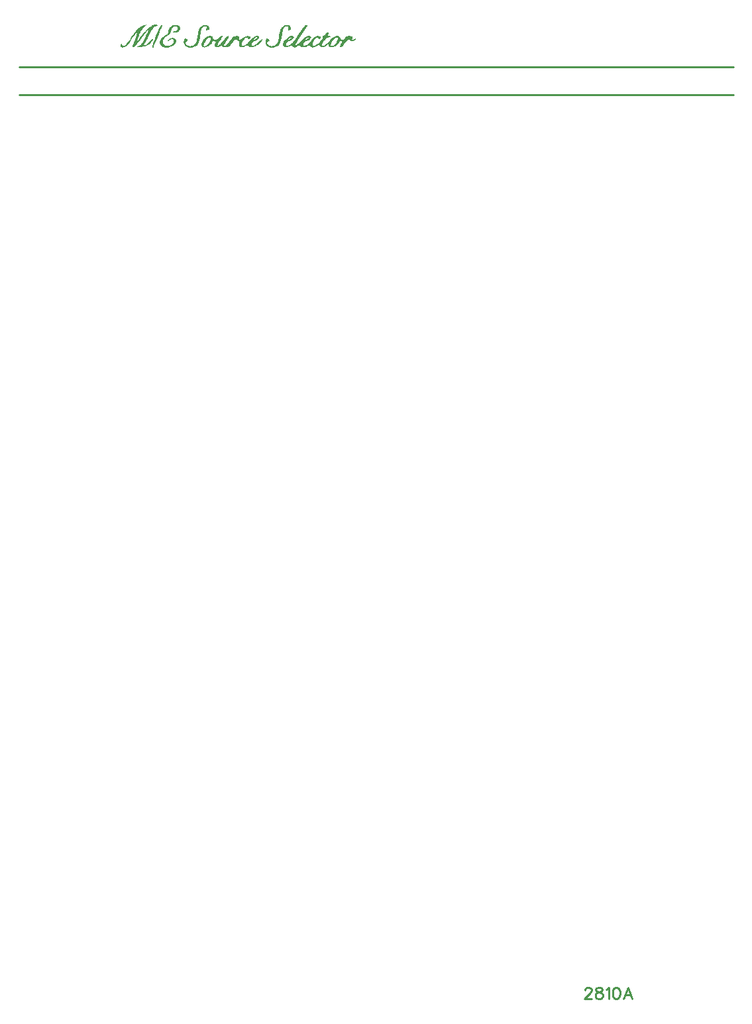
<source format=gto>
G04 Layer: TopSilkscreenLayer*
G04 EasyEDA v6.5.29, 2023-07-16 15:11:24*
G04 e993e5008f34484d8f658c3e023484e8,5a6b42c53f6a479593ecc07194224c93,10*
G04 Gerber Generator version 0.2*
G04 Scale: 100 percent, Rotated: No, Reflected: No *
G04 Dimensions in millimeters *
G04 leading zeros omitted , absolute positions ,4 integer and 5 decimal *
%FSLAX45Y45*%
%MOMM*%

%ADD10C,0.2540*%

%LPD*%
G36*
X1754784Y12720116D02*
G01*
X1750568Y12719913D01*
X1739849Y12718542D01*
X1727352Y12716052D01*
X1714500Y12712700D01*
X1708099Y12710363D01*
X1701038Y12706959D01*
X1693418Y12702489D01*
X1685289Y12697104D01*
X1676654Y12690805D01*
X1667662Y12683693D01*
X1658366Y12675768D01*
X1648764Y12667183D01*
X1639011Y12657937D01*
X1619097Y12637770D01*
X1609090Y12626949D01*
X1599184Y12615722D01*
X1589379Y12604191D01*
X1579727Y12592354D01*
X1565808Y12574270D01*
X1556918Y12562027D01*
X1538224Y12535509D01*
X1529740Y12524130D01*
X1522577Y12515037D01*
X1517192Y12508738D01*
X1515262Y12506807D01*
X1513890Y12505791D01*
X1513179Y12505690D01*
X1513027Y12506706D01*
X1513281Y12508941D01*
X1515110Y12516713D01*
X1518412Y12528194D01*
X1522984Y12542774D01*
X1535074Y12578334D01*
X1540357Y12592558D01*
X1545742Y12605766D01*
X1551279Y12617958D01*
X1556969Y12629235D01*
X1562862Y12639700D01*
X1569008Y12649352D01*
X1575511Y12658394D01*
X1582369Y12666776D01*
X1589582Y12674650D01*
X1597304Y12682016D01*
X1634693Y12715951D01*
X1597406Y12708890D01*
X1589024Y12706654D01*
X1580642Y12703860D01*
X1572310Y12700355D01*
X1563979Y12696240D01*
X1555699Y12691414D01*
X1547317Y12685979D01*
X1538986Y12679781D01*
X1530553Y12672872D01*
X1522069Y12665252D01*
X1513484Y12656870D01*
X1504848Y12647777D01*
X1496060Y12637871D01*
X1487119Y12627203D01*
X1478076Y12615722D01*
X1468882Y12603429D01*
X1459484Y12590322D01*
X1435963Y12555575D01*
X1422044Y12535560D01*
X1403756Y12510363D01*
X1386890Y12488468D01*
X1379423Y12479274D01*
X1372870Y12471654D01*
X1367332Y12465710D01*
X1356461Y12455601D01*
X1349806Y12449911D01*
X1344574Y12446355D01*
X1340307Y12444882D01*
X1336548Y12445390D01*
X1332890Y12447828D01*
X1328877Y12452197D01*
X1319682Y12463881D01*
X1316024Y12467844D01*
X1312926Y12470434D01*
X1310132Y12471603D01*
X1307592Y12471450D01*
X1305102Y12469926D01*
X1302461Y12467132D01*
X1299565Y12463068D01*
X1297228Y12458852D01*
X1295704Y12454737D01*
X1294993Y12450775D01*
X1294993Y12446965D01*
X1295704Y12443307D01*
X1297076Y12439954D01*
X1299108Y12436856D01*
X1301648Y12434062D01*
X1304798Y12431623D01*
X1308404Y12429591D01*
X1312468Y12428016D01*
X1316939Y12426899D01*
X1321765Y12426238D01*
X1326946Y12426188D01*
X1332433Y12426696D01*
X1338122Y12427813D01*
X1345641Y12429845D01*
X1352550Y12432131D01*
X1358950Y12434773D01*
X1365097Y12438024D01*
X1371142Y12442088D01*
X1377238Y12447117D01*
X1383588Y12453264D01*
X1390396Y12460833D01*
X1397863Y12469926D01*
X1406093Y12480747D01*
X1415338Y12493498D01*
X1437487Y12525502D01*
X1462684Y12562840D01*
X1484376Y12594234D01*
X1501394Y12618008D01*
X1507490Y12626136D01*
X1512874Y12632639D01*
X1513586Y12633096D01*
X1513941Y12632537D01*
X1513535Y12628321D01*
X1511757Y12620447D01*
X1508912Y12609576D01*
X1500530Y12581026D01*
X1489913Y12547447D01*
X1475790Y12505690D01*
X1465732Y12478156D01*
X1461617Y12468047D01*
X1454556Y12452756D01*
X1451914Y12444476D01*
X1450695Y12437262D01*
X1451102Y12431979D01*
X1451813Y12430404D01*
X1452727Y12429134D01*
X1453845Y12428270D01*
X1455166Y12427762D01*
X1456740Y12427610D01*
X1458468Y12427762D01*
X1460449Y12428270D01*
X1464970Y12430353D01*
X1470253Y12433757D01*
X1476349Y12438532D01*
X1483207Y12444628D01*
X1490776Y12451994D01*
X1499108Y12460681D01*
X1508099Y12470587D01*
X1528165Y12494209D01*
X1550873Y12522708D01*
X1597253Y12583871D01*
X1615389Y12607239D01*
X1630019Y12625324D01*
X1641144Y12638176D01*
X1645462Y12642646D01*
X1648917Y12645796D01*
X1651558Y12647625D01*
X1652574Y12648082D01*
X1653387Y12648184D01*
X1653946Y12647980D01*
X1654352Y12647422D01*
X1654505Y12645390D01*
X1653895Y12642037D01*
X1652422Y12637363D01*
X1650238Y12631470D01*
X1643430Y12615722D01*
X1633575Y12594844D01*
X1620723Y12568885D01*
X1601470Y12531242D01*
X1592580Y12514478D01*
X1584655Y12500254D01*
X1577543Y12488265D01*
X1571040Y12478359D01*
X1564995Y12470231D01*
X1559204Y12463678D01*
X1553464Y12458446D01*
X1547672Y12454280D01*
X1541627Y12450978D01*
X1535125Y12448286D01*
X1524203Y12444577D01*
X1518005Y12442088D01*
X1513027Y12439802D01*
X1509268Y12437618D01*
X1506728Y12435636D01*
X1505407Y12433808D01*
X1505204Y12432233D01*
X1506118Y12430810D01*
X1508201Y12429642D01*
X1511401Y12428728D01*
X1515668Y12428118D01*
X1521002Y12427712D01*
X1527352Y12427661D01*
X1543202Y12428474D01*
X1559458Y12430252D01*
X1572869Y12432385D01*
X1585874Y12435078D01*
X1598422Y12438329D01*
X1610461Y12442088D01*
X1622044Y12446406D01*
X1633067Y12451181D01*
X1643532Y12456464D01*
X1653387Y12462205D01*
X1662633Y12468453D01*
X1671167Y12475108D01*
X1679092Y12482220D01*
X1686204Y12489688D01*
X1692656Y12497612D01*
X1699666Y12507823D01*
X1706372Y12518390D01*
X1711198Y12526822D01*
X1714144Y12533071D01*
X1714906Y12535357D01*
X1715211Y12537135D01*
X1715058Y12538354D01*
X1714449Y12539014D01*
X1713382Y12539167D01*
X1711909Y12538760D01*
X1709928Y12537795D01*
X1704746Y12534290D01*
X1697888Y12528651D01*
X1689303Y12520828D01*
X1679041Y12510871D01*
X1667205Y12498730D01*
X1654860Y12486538D01*
X1648663Y12480848D01*
X1636471Y12470638D01*
X1630680Y12466218D01*
X1620062Y12459004D01*
X1615389Y12456363D01*
X1611223Y12454382D01*
X1607667Y12453162D01*
X1604772Y12452705D01*
X1599184Y12452807D01*
X1595170Y12453162D01*
X1592681Y12454026D01*
X1591716Y12455448D01*
X1592275Y12457684D01*
X1594307Y12460833D01*
X1597812Y12465151D01*
X1604213Y12472466D01*
X1607820Y12477496D01*
X1617370Y12492888D01*
X1629156Y12514021D01*
X1642262Y12539116D01*
X1649069Y12552578D01*
X1670304Y12596876D01*
X1680210Y12617043D01*
X1688947Y12634214D01*
X1696821Y12648641D01*
X1703882Y12660528D01*
X1710385Y12670129D01*
X1716582Y12677749D01*
X1719529Y12680899D01*
X1722526Y12683642D01*
X1725472Y12685979D01*
X1728470Y12688011D01*
X1734667Y12691160D01*
X1741170Y12693294D01*
X1753971Y12695936D01*
X1758899Y12697714D01*
X1763064Y12699847D01*
X1766366Y12702286D01*
X1768805Y12704927D01*
X1770329Y12707670D01*
X1770938Y12710414D01*
X1770532Y12713004D01*
X1769059Y12715341D01*
X1766519Y12717373D01*
X1762861Y12718948D01*
X1758035Y12719964D01*
G37*
G36*
X2384501Y12714020D02*
G01*
X2379268Y12713970D01*
X2373934Y12713563D01*
X2368550Y12712801D01*
X2363114Y12711633D01*
X2357729Y12710058D01*
X2352344Y12708077D01*
X2347010Y12705740D01*
X2341778Y12702997D01*
X2336647Y12699796D01*
X2331669Y12696240D01*
X2326894Y12692278D01*
X2322322Y12687909D01*
X2317953Y12683134D01*
X2314143Y12678257D01*
X2310434Y12672923D01*
X2306980Y12667284D01*
X2303678Y12661239D01*
X2300630Y12654940D01*
X2297785Y12648336D01*
X2295194Y12641580D01*
X2292858Y12634569D01*
X2290826Y12627406D01*
X2289098Y12620193D01*
X2287676Y12612827D01*
X2279396Y12552984D01*
X2276805Y12537084D01*
X2274265Y12523571D01*
X2271623Y12512141D01*
X2268829Y12502489D01*
X2265730Y12494310D01*
X2262276Y12487198D01*
X2258415Y12480950D01*
X2253945Y12475159D01*
X2248916Y12469469D01*
X2241194Y12462103D01*
X2236012Y12458039D01*
X2230577Y12454483D01*
X2224938Y12451384D01*
X2219147Y12448794D01*
X2213152Y12446660D01*
X2207006Y12445034D01*
X2200757Y12443917D01*
X2194458Y12443256D01*
X2188108Y12443104D01*
X2181707Y12443510D01*
X2175306Y12444374D01*
X2168956Y12445746D01*
X2162708Y12447676D01*
X2156460Y12450114D01*
X2150364Y12453061D01*
X2144928Y12456617D01*
X2140407Y12460833D01*
X2136800Y12465608D01*
X2134158Y12470739D01*
X2132380Y12476073D01*
X2131568Y12481509D01*
X2131720Y12486843D01*
X2132888Y12491923D01*
X2134971Y12496647D01*
X2138019Y12500813D01*
X2142083Y12504267D01*
X2154682Y12510566D01*
X2157730Y12514783D01*
X2156409Y12520320D01*
X2150922Y12527991D01*
X2145030Y12534442D01*
X2139543Y12538964D01*
X2134412Y12541453D01*
X2129586Y12541961D01*
X2125014Y12540488D01*
X2120493Y12536982D01*
X2116023Y12531445D01*
X2111451Y12523825D01*
X2109520Y12519609D01*
X2108098Y12515088D01*
X2107133Y12510363D01*
X2106625Y12505436D01*
X2106523Y12500356D01*
X2106879Y12495123D01*
X2107641Y12489840D01*
X2108809Y12484557D01*
X2110333Y12479274D01*
X2112213Y12474041D01*
X2114448Y12468910D01*
X2116988Y12463932D01*
X2119833Y12459106D01*
X2122982Y12454534D01*
X2126386Y12450216D01*
X2130044Y12446203D01*
X2133955Y12442494D01*
X2138121Y12439243D01*
X2142439Y12436398D01*
X2147011Y12434062D01*
X2153158Y12431420D01*
X2159152Y12429134D01*
X2164994Y12427204D01*
X2170734Y12425680D01*
X2176424Y12424562D01*
X2182114Y12423749D01*
X2187854Y12423394D01*
X2193645Y12423394D01*
X2199538Y12423749D01*
X2205583Y12424562D01*
X2211781Y12425680D01*
X2218232Y12427254D01*
X2224938Y12429185D01*
X2231898Y12431471D01*
X2246985Y12437313D01*
X2255672Y12441377D01*
X2263648Y12446101D01*
X2270912Y12451537D01*
X2277567Y12457836D01*
X2280615Y12461290D01*
X2286406Y12469063D01*
X2291638Y12477902D01*
X2296414Y12488011D01*
X2300782Y12499441D01*
X2304796Y12512344D01*
X2308555Y12526772D01*
X2312009Y12542926D01*
X2315260Y12560808D01*
X2318359Y12580620D01*
X2321306Y12601194D01*
X2324201Y12619177D01*
X2327249Y12634823D01*
X2330500Y12648234D01*
X2334056Y12659563D01*
X2335987Y12664490D01*
X2338019Y12668961D01*
X2340152Y12672974D01*
X2342388Y12676581D01*
X2344826Y12679781D01*
X2347366Y12682575D01*
X2350109Y12685014D01*
X2353005Y12687046D01*
X2356053Y12688824D01*
X2362809Y12691364D01*
X2366518Y12692176D01*
X2374544Y12693091D01*
X2378964Y12693192D01*
X2386279Y12692989D01*
X2391867Y12692329D01*
X2395880Y12690957D01*
X2398522Y12688722D01*
X2399792Y12685369D01*
X2399944Y12680746D01*
X2399030Y12674650D01*
X2395575Y12659614D01*
X2394610Y12653873D01*
X2394407Y12649657D01*
X2395067Y12646812D01*
X2396591Y12645186D01*
X2399080Y12644729D01*
X2402535Y12645339D01*
X2419807Y12651282D01*
X2424684Y12652603D01*
X2427579Y12653111D01*
X2429205Y12654534D01*
X2430526Y12658394D01*
X2431440Y12664135D01*
X2431796Y12671145D01*
X2431491Y12676428D01*
X2430678Y12681356D01*
X2429357Y12685979D01*
X2427528Y12690246D01*
X2425293Y12694208D01*
X2422601Y12697764D01*
X2419502Y12701016D01*
X2416098Y12703911D01*
X2412339Y12706451D01*
X2408275Y12708585D01*
X2403906Y12710414D01*
X2399334Y12711887D01*
X2394559Y12712954D01*
X2389632Y12713665D01*
G37*
G36*
X3427222Y12714020D02*
G01*
X3421989Y12713970D01*
X3416655Y12713563D01*
X3411270Y12712801D01*
X3405886Y12711633D01*
X3400450Y12710058D01*
X3395065Y12708077D01*
X3389731Y12705740D01*
X3384499Y12702997D01*
X3379368Y12699796D01*
X3374390Y12696240D01*
X3369614Y12692278D01*
X3365042Y12687909D01*
X3360724Y12683134D01*
X3356864Y12678257D01*
X3353155Y12672923D01*
X3349701Y12667284D01*
X3346399Y12661239D01*
X3343351Y12654940D01*
X3340506Y12648336D01*
X3337915Y12641580D01*
X3335629Y12634569D01*
X3333597Y12627406D01*
X3331819Y12620193D01*
X3330397Y12612827D01*
X3324860Y12571628D01*
X3319576Y12537084D01*
X3316986Y12523571D01*
X3314344Y12512141D01*
X3311550Y12502489D01*
X3308451Y12494310D01*
X3305048Y12487198D01*
X3301136Y12480950D01*
X3296716Y12475159D01*
X3291636Y12469469D01*
X3283915Y12462103D01*
X3278733Y12458039D01*
X3273348Y12454483D01*
X3267710Y12451384D01*
X3261867Y12448794D01*
X3255873Y12446660D01*
X3249726Y12445034D01*
X3243529Y12443917D01*
X3237179Y12443256D01*
X3230829Y12443104D01*
X3224428Y12443510D01*
X3218078Y12444374D01*
X3211728Y12445746D01*
X3205429Y12447676D01*
X3199231Y12450114D01*
X3193135Y12453061D01*
X3187700Y12456617D01*
X3183178Y12460833D01*
X3179572Y12465608D01*
X3176879Y12470739D01*
X3175101Y12476073D01*
X3174339Y12481509D01*
X3174492Y12486843D01*
X3175609Y12491923D01*
X3177692Y12496647D01*
X3180740Y12500813D01*
X3184804Y12504267D01*
X3197402Y12510566D01*
X3200450Y12514783D01*
X3199180Y12520320D01*
X3193694Y12527991D01*
X3187750Y12534442D01*
X3182264Y12538964D01*
X3177133Y12541453D01*
X3172358Y12541961D01*
X3167735Y12540488D01*
X3163214Y12536982D01*
X3158744Y12531445D01*
X3154222Y12523825D01*
X3152292Y12519609D01*
X3150819Y12515088D01*
X3149854Y12510363D01*
X3149346Y12505436D01*
X3149295Y12500356D01*
X3149650Y12495123D01*
X3150412Y12489840D01*
X3151530Y12484557D01*
X3153054Y12479274D01*
X3154934Y12474041D01*
X3157169Y12468910D01*
X3159709Y12463932D01*
X3162554Y12459106D01*
X3165703Y12454534D01*
X3169107Y12450216D01*
X3172815Y12446203D01*
X3176727Y12442494D01*
X3180842Y12439243D01*
X3185210Y12436398D01*
X3189732Y12434062D01*
X3195878Y12431420D01*
X3201873Y12429134D01*
X3207715Y12427204D01*
X3213455Y12425680D01*
X3219196Y12424562D01*
X3224885Y12423749D01*
X3230575Y12423394D01*
X3236366Y12423394D01*
X3242259Y12423749D01*
X3248304Y12424562D01*
X3254502Y12425680D01*
X3260953Y12427254D01*
X3274669Y12431471D01*
X3289706Y12437313D01*
X3298393Y12441377D01*
X3302508Y12443663D01*
X3310077Y12448743D01*
X3313633Y12451537D01*
X3320287Y12457836D01*
X3326333Y12465050D01*
X3331819Y12473330D01*
X3334359Y12477902D01*
X3339134Y12488011D01*
X3343503Y12499441D01*
X3347567Y12512344D01*
X3351276Y12526772D01*
X3354730Y12542926D01*
X3357981Y12560808D01*
X3361131Y12580620D01*
X3364077Y12601194D01*
X3366973Y12619177D01*
X3369970Y12634823D01*
X3373221Y12648234D01*
X3376777Y12659563D01*
X3378708Y12664490D01*
X3380740Y12668961D01*
X3382873Y12672974D01*
X3385159Y12676581D01*
X3387547Y12679781D01*
X3390137Y12682575D01*
X3392830Y12685014D01*
X3395726Y12687046D01*
X3398824Y12688824D01*
X3402076Y12690195D01*
X3405530Y12691364D01*
X3409238Y12692176D01*
X3417265Y12693091D01*
X3421684Y12693192D01*
X3429000Y12692989D01*
X3434587Y12692329D01*
X3438651Y12690957D01*
X3441242Y12688722D01*
X3442512Y12685369D01*
X3442665Y12680746D01*
X3441750Y12674650D01*
X3438296Y12659614D01*
X3437331Y12653873D01*
X3437128Y12649657D01*
X3437788Y12646812D01*
X3439312Y12645186D01*
X3441801Y12644729D01*
X3445256Y12645339D01*
X3462528Y12651282D01*
X3467404Y12652603D01*
X3470300Y12653111D01*
X3471926Y12654534D01*
X3473297Y12658394D01*
X3474161Y12664135D01*
X3474516Y12671145D01*
X3474212Y12676428D01*
X3473399Y12681356D01*
X3472078Y12685979D01*
X3470249Y12690246D01*
X3468014Y12694208D01*
X3465322Y12697764D01*
X3462274Y12701016D01*
X3458819Y12703911D01*
X3455060Y12706451D01*
X3450996Y12708585D01*
X3446678Y12710414D01*
X3442106Y12711887D01*
X3437280Y12712954D01*
X3432352Y12713665D01*
G37*
G36*
X1817471Y12713258D02*
G01*
X1816455Y12712903D01*
X1815236Y12711988D01*
X1812137Y12708280D01*
X1808276Y12702336D01*
X1803704Y12694310D01*
X1798472Y12684302D01*
X1792732Y12672517D01*
X1779828Y12644170D01*
X1765604Y12610541D01*
X1750669Y12572898D01*
X1736140Y12534341D01*
X1724304Y12501270D01*
X1715211Y12473787D01*
X1711706Y12462154D01*
X1708912Y12451892D01*
X1706778Y12443104D01*
X1705305Y12435687D01*
X1704543Y12429744D01*
X1704492Y12425172D01*
X1705102Y12422073D01*
X1705711Y12421057D01*
X1706473Y12420447D01*
X1707388Y12420142D01*
X1708454Y12420193D01*
X1709775Y12420650D01*
X1712823Y12422632D01*
X1718767Y12428321D01*
X1720189Y12430658D01*
X1725726Y12442342D01*
X1734210Y12461951D01*
X1757324Y12517932D01*
X1787296Y12593066D01*
X1811324Y12655042D01*
X1820570Y12679781D01*
X1829054Y12704165D01*
X1830222Y12708991D01*
X1829206Y12710617D01*
X1826463Y12711988D01*
X1822399Y12712903D01*
G37*
G36*
X1998167Y12713258D02*
G01*
X1991512Y12713106D01*
X1985162Y12712649D01*
X1979168Y12711887D01*
X1973478Y12710769D01*
X1968042Y12709347D01*
X1962861Y12707518D01*
X1957882Y12705384D01*
X1953107Y12702844D01*
X1948434Y12699898D01*
X1943912Y12696545D01*
X1939442Y12692837D01*
X1935022Y12688620D01*
X1931263Y12684658D01*
X1927809Y12680492D01*
X1924608Y12676174D01*
X1921764Y12671704D01*
X1919173Y12667081D01*
X1916887Y12662357D01*
X1914956Y12657582D01*
X1913331Y12652705D01*
X1912061Y12647828D01*
X1911146Y12642900D01*
X1910588Y12637973D01*
X1910283Y12627203D01*
X1909825Y12621920D01*
X1908962Y12617094D01*
X1907743Y12612674D01*
X1906117Y12608661D01*
X1903933Y12604902D01*
X1901240Y12601397D01*
X1897989Y12598044D01*
X1894128Y12594793D01*
X1889607Y12591592D01*
X1884425Y12588341D01*
X1870862Y12580823D01*
X1856841Y12572339D01*
X1850389Y12568021D01*
X1838655Y12559284D01*
X1833372Y12554864D01*
X1828444Y12550394D01*
X1823974Y12545872D01*
X1819808Y12541300D01*
X1816100Y12536728D01*
X1812747Y12532106D01*
X1809800Y12527483D01*
X1807260Y12522758D01*
X1805076Y12518034D01*
X1803298Y12513310D01*
X1801926Y12508534D01*
X1800910Y12503708D01*
X1800301Y12498832D01*
X1800148Y12493955D01*
X1800402Y12488570D01*
X1801266Y12483185D01*
X1802688Y12477851D01*
X1804568Y12472670D01*
X1807006Y12467539D01*
X1809851Y12462611D01*
X1813102Y12457785D01*
X1816760Y12453213D01*
X1820773Y12448844D01*
X1825142Y12444730D01*
X1829866Y12440869D01*
X1834794Y12437313D01*
X1840026Y12434112D01*
X1845411Y12431217D01*
X1851050Y12428728D01*
X1856841Y12426594D01*
X1862734Y12424918D01*
X1868779Y12423698D01*
X1874875Y12422936D01*
X1881022Y12422632D01*
X1887728Y12422835D01*
X1894484Y12423343D01*
X1901189Y12424156D01*
X1907895Y12425273D01*
X1914550Y12426696D01*
X1927656Y12430353D01*
X1940356Y12435027D01*
X1952498Y12440615D01*
X1958289Y12443714D01*
X1969262Y12450470D01*
X1974443Y12454128D01*
X1979320Y12457887D01*
X1983943Y12461798D01*
X1988261Y12465812D01*
X1992223Y12469926D01*
X1995881Y12474143D01*
X1999183Y12478461D01*
X2002129Y12482830D01*
X2004669Y12487300D01*
X2006752Y12491770D01*
X2008428Y12496292D01*
X2009698Y12500762D01*
X2010410Y12505283D01*
X2010664Y12509804D01*
X2010410Y12514478D01*
X2009597Y12518847D01*
X2008225Y12522860D01*
X2006447Y12526619D01*
X2004212Y12530074D01*
X2001520Y12533223D01*
X1998472Y12536017D01*
X1995068Y12538557D01*
X1991360Y12540742D01*
X1987346Y12542621D01*
X1983079Y12544196D01*
X1978558Y12545415D01*
X1973884Y12546330D01*
X1969007Y12546888D01*
X1964029Y12547142D01*
X1958949Y12547041D01*
X1953768Y12546584D01*
X1948586Y12545822D01*
X1943354Y12544704D01*
X1938172Y12543282D01*
X1933041Y12541453D01*
X1928012Y12539319D01*
X1923084Y12536779D01*
X1918258Y12533934D01*
X1913686Y12530734D01*
X1909267Y12527127D01*
X1905152Y12523216D01*
X1901240Y12518898D01*
X1897532Y12514173D01*
X1894941Y12510312D01*
X1893468Y12507315D01*
X1893011Y12505182D01*
X1893671Y12503912D01*
X1895297Y12503505D01*
X1897989Y12503912D01*
X1901596Y12505232D01*
X1906219Y12507366D01*
X1911807Y12510363D01*
X1931111Y12522250D01*
X1936343Y12524892D01*
X1941271Y12526975D01*
X1946046Y12528448D01*
X1950516Y12529413D01*
X1954733Y12529870D01*
X1958695Y12529870D01*
X1962353Y12529362D01*
X1965706Y12528448D01*
X1968754Y12527076D01*
X1971497Y12525400D01*
X1973884Y12523317D01*
X1975866Y12520930D01*
X1977542Y12518237D01*
X1978812Y12515240D01*
X1979675Y12511989D01*
X1980133Y12508534D01*
X1980133Y12504928D01*
X1979726Y12501118D01*
X1978863Y12497155D01*
X1977542Y12493040D01*
X1975764Y12488875D01*
X1973478Y12484658D01*
X1970684Y12480391D01*
X1967382Y12476124D01*
X1963521Y12471857D01*
X1959152Y12467640D01*
X1954174Y12463475D01*
X1948738Y12459462D01*
X1943252Y12455956D01*
X1937664Y12452908D01*
X1932076Y12450267D01*
X1926437Y12448133D01*
X1920798Y12446406D01*
X1915210Y12445136D01*
X1909622Y12444272D01*
X1904136Y12443815D01*
X1898751Y12443764D01*
X1893417Y12444171D01*
X1888286Y12444882D01*
X1883257Y12446050D01*
X1878380Y12447574D01*
X1873707Y12449454D01*
X1869287Y12451740D01*
X1865071Y12454331D01*
X1861108Y12457277D01*
X1857400Y12460579D01*
X1854047Y12464237D01*
X1850999Y12468199D01*
X1848256Y12472466D01*
X1845868Y12477038D01*
X1843887Y12481915D01*
X1842312Y12487097D01*
X1841195Y12492583D01*
X1840484Y12498324D01*
X1840230Y12504369D01*
X1840382Y12508128D01*
X1841754Y12515748D01*
X1842973Y12519558D01*
X1844548Y12523419D01*
X1848713Y12531191D01*
X1851355Y12535154D01*
X1854352Y12539116D01*
X1861413Y12547142D01*
X1869897Y12555321D01*
X1879904Y12563652D01*
X1891436Y12572238D01*
X1904441Y12580975D01*
X1911553Y12585446D01*
X1917293Y12589560D01*
X1922729Y12594437D01*
X1927758Y12599974D01*
X1932279Y12606070D01*
X1936292Y12612624D01*
X1939645Y12619532D01*
X1942287Y12626695D01*
X1945690Y12640716D01*
X1947570Y12647523D01*
X1949704Y12654280D01*
X1952040Y12660731D01*
X1954479Y12666675D01*
X1956968Y12671958D01*
X1959457Y12676327D01*
X1961845Y12679730D01*
X1966163Y12683845D01*
X1971446Y12687198D01*
X1977389Y12689789D01*
X1983892Y12691567D01*
X1990648Y12692532D01*
X1997456Y12692735D01*
X2004110Y12692176D01*
X2010359Y12690856D01*
X2016048Y12688773D01*
X2020874Y12685928D01*
X2024634Y12682372D01*
X2027174Y12678054D01*
X2028443Y12673025D01*
X2028647Y12667894D01*
X2027834Y12662712D01*
X2026056Y12657632D01*
X2023465Y12652756D01*
X2020112Y12648184D01*
X2016099Y12644018D01*
X2011527Y12640360D01*
X2006498Y12637312D01*
X2001062Y12635026D01*
X1995322Y12633604D01*
X1982063Y12632283D01*
X1976120Y12630150D01*
X1972056Y12626949D01*
X1970582Y12623038D01*
X1971141Y12620040D01*
X1972716Y12617551D01*
X1975256Y12615621D01*
X1978609Y12614249D01*
X1982673Y12613335D01*
X1987296Y12612979D01*
X1992426Y12613081D01*
X1997913Y12613640D01*
X2003602Y12614656D01*
X2009444Y12616129D01*
X2015286Y12618008D01*
X2021078Y12620294D01*
X2026615Y12622936D01*
X2031796Y12625984D01*
X2036572Y12629337D01*
X2040737Y12633096D01*
X2045462Y12638125D01*
X2049576Y12643104D01*
X2053031Y12648082D01*
X2055926Y12653010D01*
X2058162Y12657886D01*
X2059838Y12662611D01*
X2060905Y12667284D01*
X2061413Y12671806D01*
X2061311Y12676174D01*
X2060702Y12680391D01*
X2059533Y12684455D01*
X2057806Y12688265D01*
X2055520Y12691922D01*
X2052777Y12695326D01*
X2049475Y12698526D01*
X2045665Y12701422D01*
X2041398Y12704064D01*
X2036572Y12706400D01*
X2031339Y12708382D01*
X2025599Y12710109D01*
X2019401Y12711430D01*
X2012797Y12712446D01*
X2005685Y12713004D01*
G37*
G36*
X3667506Y12713055D02*
G01*
X3665728Y12712801D01*
X3663746Y12712039D01*
X3661511Y12710871D01*
X3656431Y12707112D01*
X3650538Y12701574D01*
X3643833Y12694310D01*
X3636467Y12685369D01*
X3628390Y12674854D01*
X3619703Y12662763D01*
X3610406Y12649200D01*
X3600602Y12634163D01*
X3579977Y12601702D01*
X3560673Y12572593D01*
X3551631Y12559385D01*
X3534511Y12535712D01*
X3526434Y12525146D01*
X3518662Y12515392D01*
X3511092Y12506401D01*
X3503726Y12498120D01*
X3496614Y12490602D01*
X3489655Y12483795D01*
X3482848Y12477597D01*
X3476193Y12472060D01*
X3469640Y12467132D01*
X3463137Y12462764D01*
X3456686Y12458954D01*
X3437280Y12449149D01*
X3431082Y12446508D01*
X3426104Y12444780D01*
X3422192Y12444069D01*
X3419195Y12444374D01*
X3417112Y12445746D01*
X3415792Y12448184D01*
X3415131Y12451740D01*
X3415029Y12456464D01*
X3416198Y12469469D01*
X3417366Y12476378D01*
X3419246Y12482474D01*
X3421938Y12487757D01*
X3425444Y12492380D01*
X3429863Y12496444D01*
X3435248Y12499949D01*
X3441801Y12503099D01*
X3456228Y12508179D01*
X3462731Y12510668D01*
X3468878Y12513310D01*
X3480104Y12518999D01*
X3485184Y12521996D01*
X3494176Y12528245D01*
X3498087Y12531394D01*
X3504641Y12537795D01*
X3507282Y12540996D01*
X3509518Y12544094D01*
X3511245Y12547193D01*
X3512565Y12550190D01*
X3513378Y12553086D01*
X3513785Y12555880D01*
X3513632Y12558471D01*
X3513023Y12560960D01*
X3511854Y12563297D01*
X3510229Y12565380D01*
X3508044Y12567259D01*
X3505352Y12568936D01*
X3502050Y12570307D01*
X3498240Y12571425D01*
X3493871Y12572288D01*
X3488893Y12572796D01*
X3483356Y12572949D01*
X3478936Y12572695D01*
X3474313Y12571984D01*
X3469538Y12570815D01*
X3464610Y12569240D01*
X3454450Y12564872D01*
X3444036Y12559131D01*
X3433673Y12552172D01*
X3423462Y12544247D01*
X3413658Y12535509D01*
X3405144Y12526924D01*
X3439007Y12526924D01*
X3440328Y12529870D01*
X3443071Y12533630D01*
X3447389Y12538151D01*
X3453384Y12543485D01*
X3463137Y12550749D01*
X3472078Y12555778D01*
X3479190Y12558166D01*
X3483457Y12557353D01*
X3484270Y12553848D01*
X3482035Y12548870D01*
X3477158Y12543078D01*
X3470097Y12537084D01*
X3462985Y12532207D01*
X3456635Y12528448D01*
X3451098Y12525705D01*
X3446475Y12524028D01*
X3442868Y12523368D01*
X3440379Y12523622D01*
X3439058Y12524841D01*
X3439007Y12526924D01*
X3405144Y12526924D01*
X3400196Y12521387D01*
X3392322Y12511582D01*
X3385616Y12501676D01*
X3382772Y12496749D01*
X3380282Y12491872D01*
X3378149Y12487097D01*
X3376472Y12482423D01*
X3375253Y12477902D01*
X3374491Y12473482D01*
X3374237Y12469266D01*
X3374491Y12463729D01*
X3375151Y12458598D01*
X3376269Y12453823D01*
X3377793Y12449454D01*
X3379724Y12445492D01*
X3382111Y12441936D01*
X3384804Y12438786D01*
X3387953Y12436094D01*
X3391408Y12433757D01*
X3395268Y12431928D01*
X3399485Y12430455D01*
X3403955Y12429439D01*
X3408832Y12428880D01*
X3413963Y12428728D01*
X3419449Y12429083D01*
X3425190Y12429845D01*
X3431184Y12431064D01*
X3437483Y12432792D01*
X3443986Y12434976D01*
X3458616Y12440818D01*
X3471214Y12445441D01*
X3476294Y12446863D01*
X3480714Y12447727D01*
X3484676Y12447930D01*
X3488283Y12447574D01*
X3491636Y12446609D01*
X3494938Y12445034D01*
X3498291Y12442850D01*
X3501847Y12440056D01*
X3509721Y12433147D01*
X3513277Y12430302D01*
X3516629Y12428169D01*
X3519830Y12426696D01*
X3523081Y12425934D01*
X3526536Y12425883D01*
X3530295Y12426543D01*
X3534562Y12427966D01*
X3539439Y12430099D01*
X3545128Y12432995D01*
X3566464Y12445136D01*
X3573119Y12448540D01*
X3579164Y12451232D01*
X3584397Y12453162D01*
X3588765Y12454331D01*
X3592017Y12454686D01*
X3594100Y12454178D01*
X3594811Y12452705D01*
X3595268Y12448692D01*
X3596589Y12444984D01*
X3598722Y12441631D01*
X3601567Y12438684D01*
X3605072Y12436144D01*
X3609238Y12433960D01*
X3613912Y12432182D01*
X3619093Y12430861D01*
X3624681Y12429998D01*
X3630676Y12429591D01*
X3636924Y12429591D01*
X3643426Y12430099D01*
X3650081Y12431115D01*
X3656837Y12432639D01*
X3663696Y12434671D01*
X3684676Y12442850D01*
X3690467Y12444780D01*
X3695649Y12446203D01*
X3700272Y12446965D01*
X3704590Y12447219D01*
X3708654Y12446863D01*
X3712667Y12445949D01*
X3716731Y12444425D01*
X3720998Y12442342D01*
X3736035Y12432995D01*
X3740759Y12430302D01*
X3745077Y12428220D01*
X3749192Y12426746D01*
X3753205Y12425984D01*
X3757371Y12425883D01*
X3761841Y12426492D01*
X3766769Y12427762D01*
X3772306Y12429744D01*
X3778656Y12432385D01*
X3810863Y12447879D01*
X3817213Y12450673D01*
X3822496Y12452705D01*
X3826967Y12453924D01*
X3830777Y12454331D01*
X3834129Y12453975D01*
X3837178Y12452858D01*
X3840073Y12450927D01*
X3843121Y12448235D01*
X3853738Y12436652D01*
X3857650Y12433503D01*
X3861765Y12430963D01*
X3866134Y12429032D01*
X3870706Y12427762D01*
X3875481Y12427153D01*
X3880510Y12427153D01*
X3885692Y12427813D01*
X3891026Y12429083D01*
X3896563Y12431014D01*
X3902303Y12433554D01*
X3908196Y12436703D01*
X3914241Y12440513D01*
X3920388Y12444882D01*
X3926738Y12449962D01*
X3939387Y12461138D01*
X3944416Y12465202D01*
X3948328Y12467844D01*
X3951325Y12469114D01*
X3953408Y12469012D01*
X3954830Y12467539D01*
X3955542Y12464745D01*
X3956304Y12454788D01*
X3957040Y12452045D01*
X3985869Y12452045D01*
X3986123Y12456566D01*
X3986834Y12461392D01*
X3988054Y12466574D01*
X3989679Y12471958D01*
X3991711Y12477597D01*
X3994099Y12483388D01*
X3999941Y12495276D01*
X4003294Y12501219D01*
X4010812Y12512903D01*
X4019092Y12523978D01*
X4023512Y12529159D01*
X4028033Y12534036D01*
X4032605Y12538506D01*
X4038041Y12543282D01*
X4043273Y12547193D01*
X4048150Y12550343D01*
X4052722Y12552680D01*
X4056989Y12554254D01*
X4060799Y12555067D01*
X4064254Y12555118D01*
X4067251Y12554458D01*
X4069740Y12553035D01*
X4071772Y12550902D01*
X4073245Y12548108D01*
X4074109Y12544552D01*
X4074414Y12540386D01*
X4074058Y12535509D01*
X4073093Y12529972D01*
X4071365Y12523825D01*
X4069587Y12518745D01*
X4067352Y12513614D01*
X4064812Y12508433D01*
X4061968Y12503251D01*
X4055364Y12492990D01*
X4047896Y12483033D01*
X4039870Y12473686D01*
X4031437Y12465050D01*
X4023004Y12457430D01*
X4014825Y12451080D01*
X4010914Y12448438D01*
X4003548Y12444374D01*
X4000195Y12443053D01*
X3997096Y12442139D01*
X3994353Y12441783D01*
X3991864Y12441986D01*
X3989781Y12442748D01*
X3988104Y12444120D01*
X3986885Y12446101D01*
X3986123Y12448743D01*
X3985869Y12452045D01*
X3957040Y12452045D01*
X3957777Y12449302D01*
X3960215Y12444323D01*
X3963415Y12439853D01*
X3967429Y12435941D01*
X3972102Y12432639D01*
X3977386Y12429998D01*
X3983177Y12428067D01*
X3989425Y12426899D01*
X3996029Y12426543D01*
X4002938Y12427000D01*
X4010101Y12428372D01*
X4014419Y12429642D01*
X4019042Y12431471D01*
X4029049Y12436398D01*
X4039666Y12442901D01*
X4050537Y12450470D01*
X4061206Y12458903D01*
X4071264Y12467742D01*
X4080306Y12476734D01*
X4087926Y12485471D01*
X4091076Y12489637D01*
X4093718Y12493650D01*
X4095750Y12497409D01*
X4097172Y12500864D01*
X4100220Y12505791D01*
X4105148Y12508534D01*
X4111548Y12509093D01*
X4119016Y12507264D01*
X4124350Y12505029D01*
X4128058Y12502743D01*
X4130192Y12500000D01*
X4130700Y12496444D01*
X4129481Y12491720D01*
X4126585Y12485420D01*
X4121912Y12477191D01*
X4108653Y12455499D01*
X4103776Y12447117D01*
X4100829Y12441123D01*
X4099763Y12437059D01*
X4100626Y12434570D01*
X4103420Y12433249D01*
X4108043Y12432741D01*
X4114546Y12432690D01*
X4119219Y12433300D01*
X4124198Y12435078D01*
X4129430Y12437973D01*
X4134764Y12441885D01*
X4140098Y12446711D01*
X4145330Y12452400D01*
X4150410Y12458801D01*
X4164685Y12480239D01*
X4171848Y12489942D01*
X4179163Y12499187D01*
X4186275Y12507518D01*
X4192778Y12514427D01*
X4195622Y12517170D01*
X4201871Y12522606D01*
X4206951Y12526518D01*
X4211218Y12528956D01*
X4214977Y12529870D01*
X4218635Y12529362D01*
X4222394Y12527330D01*
X4226712Y12523876D01*
X4231792Y12518999D01*
X4238853Y12512700D01*
X4246118Y12507569D01*
X4252772Y12504115D01*
X4257954Y12502794D01*
X4262424Y12503200D01*
X4267403Y12504369D01*
X4272635Y12506147D01*
X4278020Y12508433D01*
X4283405Y12511176D01*
X4288637Y12514224D01*
X4293463Y12517475D01*
X4297781Y12520879D01*
X4301439Y12524282D01*
X4304233Y12527635D01*
X4306062Y12530734D01*
X4306671Y12533579D01*
X4305452Y12537236D01*
X4301744Y12538405D01*
X4295698Y12537084D01*
X4287316Y12533223D01*
X4274921Y12527076D01*
X4270095Y12525146D01*
X4266133Y12524028D01*
X4262983Y12523724D01*
X4260596Y12524282D01*
X4258970Y12525654D01*
X4258005Y12527940D01*
X4257700Y12531140D01*
X4258005Y12535255D01*
X4258868Y12540284D01*
X4261459Y12551359D01*
X4262221Y12555677D01*
X4262424Y12559233D01*
X4261967Y12562128D01*
X4260748Y12564516D01*
X4258716Y12566345D01*
X4255668Y12567767D01*
X4251553Y12568783D01*
X4246321Y12569494D01*
X4231843Y12570256D01*
X4213910Y12570460D01*
X4206392Y12570307D01*
X4199788Y12569850D01*
X4194048Y12569037D01*
X4188968Y12567920D01*
X4184548Y12566446D01*
X4180687Y12564516D01*
X4177233Y12562078D01*
X4174083Y12559182D01*
X4171238Y12555728D01*
X4168495Y12551664D01*
X4162501Y12541453D01*
X4158894Y12536678D01*
X4155084Y12532614D01*
X4151122Y12529362D01*
X4146956Y12526822D01*
X4142740Y12524994D01*
X4138472Y12523927D01*
X4134205Y12523622D01*
X4130040Y12524079D01*
X4125925Y12525248D01*
X4122013Y12527178D01*
X4118254Y12529870D01*
X4114749Y12533274D01*
X4111548Y12537389D01*
X4108653Y12542266D01*
X4103370Y12554305D01*
X4100220Y12559639D01*
X4096613Y12563957D01*
X4092498Y12567361D01*
X4087723Y12569901D01*
X4082186Y12571628D01*
X4075836Y12572644D01*
X4068521Y12572949D01*
X4060190Y12572542D01*
X4052011Y12571323D01*
X4047947Y12570409D01*
X4039768Y12567767D01*
X4031437Y12564160D01*
X4022902Y12559436D01*
X4014012Y12553543D01*
X4004665Y12546380D01*
X3994759Y12537948D01*
X3984193Y12528143D01*
X3972763Y12516815D01*
X3946804Y12489434D01*
X3939743Y12482372D01*
X3932834Y12475870D01*
X3926078Y12469876D01*
X3919524Y12464440D01*
X3913174Y12459563D01*
X3907078Y12455296D01*
X3901287Y12451638D01*
X3895801Y12448590D01*
X3890619Y12446254D01*
X3885844Y12444526D01*
X3881475Y12443460D01*
X3877513Y12443104D01*
X3874008Y12443460D01*
X3871010Y12444577D01*
X3868521Y12446406D01*
X3868064Y12447625D01*
X3868216Y12449708D01*
X3868928Y12452553D01*
X3871874Y12460325D01*
X3876751Y12470485D01*
X3883202Y12482372D01*
X3891026Y12495580D01*
X3901135Y12511176D01*
X3906570Y12518999D01*
X3911701Y12525908D01*
X3916578Y12531953D01*
X3921251Y12537135D01*
X3925773Y12541554D01*
X3930142Y12545161D01*
X3934358Y12548057D01*
X3938574Y12550241D01*
X3942740Y12551765D01*
X3946956Y12552629D01*
X3960774Y12553696D01*
X3969562Y12555880D01*
X3976573Y12559030D01*
X3980840Y12562941D01*
X3981602Y12566802D01*
X3979062Y12570002D01*
X3973677Y12572187D01*
X3966057Y12572949D01*
X3960164Y12573101D01*
X3955694Y12573711D01*
X3952595Y12574778D01*
X3950817Y12576556D01*
X3950309Y12579045D01*
X3950919Y12582448D01*
X3952646Y12586868D01*
X3958183Y12598095D01*
X3959910Y12603175D01*
X3960774Y12607645D01*
X3960825Y12611404D01*
X3960063Y12614503D01*
X3958640Y12616891D01*
X3956558Y12618618D01*
X3953916Y12619583D01*
X3950817Y12619837D01*
X3947312Y12619278D01*
X3943400Y12618008D01*
X3939235Y12615976D01*
X3934866Y12613081D01*
X3930345Y12609423D01*
X3925773Y12604953D01*
X3916629Y12594285D01*
X3911955Y12589256D01*
X3907231Y12584734D01*
X3902659Y12580772D01*
X3898290Y12577521D01*
X3894328Y12575082D01*
X3890822Y12573508D01*
X3883863Y12571831D01*
X3881221Y12568885D01*
X3880408Y12564414D01*
X3882237Y12556185D01*
X3882390Y12553086D01*
X3881983Y12549682D01*
X3881018Y12546025D01*
X3879545Y12542164D01*
X3875278Y12533884D01*
X3872534Y12529515D01*
X3865930Y12520472D01*
X3858056Y12511125D01*
X3849166Y12501727D01*
X3839565Y12492431D01*
X3829405Y12483541D01*
X3818991Y12475159D01*
X3808526Y12467590D01*
X3798265Y12460935D01*
X3788511Y12455448D01*
X3779418Y12451384D01*
X3775252Y12449911D01*
X3771341Y12448844D01*
X3767683Y12448286D01*
X3764432Y12448133D01*
X3761486Y12448540D01*
X3758946Y12449403D01*
X3756812Y12450876D01*
X3755136Y12452858D01*
X3753205Y12456566D01*
X3751834Y12460427D01*
X3751021Y12464542D01*
X3750716Y12468860D01*
X3750970Y12473381D01*
X3751732Y12478105D01*
X3753053Y12483084D01*
X3754882Y12488214D01*
X3757269Y12493498D01*
X3760165Y12499035D01*
X3763619Y12504724D01*
X3767531Y12510566D01*
X3772052Y12516612D01*
X3782517Y12529159D01*
X3788562Y12535662D01*
X3797503Y12544806D01*
X3804665Y12551714D01*
X3810254Y12556337D01*
X3814572Y12558928D01*
X3817772Y12559436D01*
X3820160Y12558014D01*
X3821887Y12554813D01*
X3823258Y12549835D01*
X3824986Y12544958D01*
X3827627Y12541097D01*
X3831031Y12538151D01*
X3834942Y12536220D01*
X3839210Y12535204D01*
X3843629Y12535154D01*
X3847896Y12535966D01*
X3851859Y12537694D01*
X3855364Y12540284D01*
X3858056Y12543688D01*
X3859885Y12547955D01*
X3860495Y12553035D01*
X3859936Y12556490D01*
X3858310Y12559639D01*
X3855567Y12562484D01*
X3851757Y12564922D01*
X3846931Y12567056D01*
X3841089Y12568834D01*
X3834282Y12570206D01*
X3821125Y12571628D01*
X3816096Y12571780D01*
X3811371Y12571628D01*
X3806901Y12571171D01*
X3802532Y12570256D01*
X3798265Y12568885D01*
X3793947Y12567056D01*
X3789578Y12564668D01*
X3785006Y12561671D01*
X3780180Y12558014D01*
X3774998Y12553696D01*
X3763365Y12542774D01*
X3749344Y12528499D01*
X3734460Y12512802D01*
X3721252Y12499441D01*
X3708654Y12487351D01*
X3696715Y12476581D01*
X3685540Y12467183D01*
X3675126Y12459258D01*
X3665575Y12452807D01*
X3656990Y12447930D01*
X3649370Y12444577D01*
X3645915Y12443561D01*
X3642817Y12442901D01*
X3639921Y12442698D01*
X3637737Y12444831D01*
X3636416Y12450572D01*
X3636060Y12459055D01*
X3636772Y12469469D01*
X3637940Y12476378D01*
X3639870Y12482474D01*
X3642512Y12487757D01*
X3646017Y12492380D01*
X3650437Y12496444D01*
X3655872Y12499949D01*
X3662375Y12503099D01*
X3676599Y12508077D01*
X3688842Y12513106D01*
X3699814Y12518694D01*
X3709466Y12524740D01*
X3717696Y12531039D01*
X3721252Y12534239D01*
X3724401Y12537440D01*
X3727145Y12540640D01*
X3729482Y12543790D01*
X3731412Y12546888D01*
X3732885Y12549886D01*
X3733952Y12552832D01*
X3734511Y12555626D01*
X3734612Y12558318D01*
X3734257Y12560808D01*
X3733393Y12563144D01*
X3732022Y12565278D01*
X3730142Y12567208D01*
X3727704Y12568885D01*
X3724757Y12570307D01*
X3721252Y12571425D01*
X3717188Y12572238D01*
X3712565Y12572796D01*
X3703218Y12572898D01*
X3695293Y12572288D01*
X3687724Y12570968D01*
X3680206Y12568783D01*
X3672586Y12565532D01*
X3664508Y12561062D01*
X3655872Y12555270D01*
X3646424Y12547955D01*
X3635857Y12539014D01*
X3622612Y12526924D01*
X3659581Y12526924D01*
X3660901Y12529870D01*
X3663645Y12533630D01*
X3668014Y12538151D01*
X3673957Y12543485D01*
X3683762Y12550749D01*
X3692651Y12555778D01*
X3699764Y12558166D01*
X3704031Y12557353D01*
X3704844Y12553848D01*
X3702608Y12548870D01*
X3697732Y12543078D01*
X3690670Y12537084D01*
X3683558Y12532207D01*
X3677208Y12528448D01*
X3671671Y12525705D01*
X3667048Y12524028D01*
X3663442Y12523368D01*
X3660952Y12523622D01*
X3659632Y12524841D01*
X3659581Y12526924D01*
X3622612Y12526924D01*
X3610610Y12515494D01*
X3579977Y12485319D01*
X3566210Y12472416D01*
X3553663Y12461494D01*
X3542944Y12453112D01*
X3538474Y12450013D01*
X3534664Y12447676D01*
X3531615Y12446203D01*
X3529380Y12445593D01*
X3528009Y12446000D01*
X3527755Y12446711D01*
X3528415Y12449810D01*
X3530447Y12454940D01*
X3533851Y12461951D01*
X3544214Y12481001D01*
X3551021Y12492786D01*
X3567480Y12519914D01*
X3587038Y12550800D01*
X3635095Y12624104D01*
X3653180Y12652400D01*
X3667963Y12675971D01*
X3678631Y12693599D01*
X3684320Y12704013D01*
X3685082Y12706096D01*
X3683660Y12708839D01*
X3679901Y12711074D01*
X3674313Y12712547D01*
G37*
G36*
X2594102Y12573457D02*
G01*
X2590038Y12572949D01*
X2585415Y12571577D01*
X2580284Y12569393D01*
X2574848Y12566446D01*
X2569210Y12562789D01*
X2563418Y12558471D01*
X2557678Y12553492D01*
X2546959Y12542875D01*
X2541473Y12538202D01*
X2535783Y12533934D01*
X2529992Y12530226D01*
X2524404Y12527127D01*
X2519070Y12524841D01*
X2514193Y12523368D01*
X2509977Y12522860D01*
X2505964Y12523368D01*
X2501900Y12524740D01*
X2497886Y12527026D01*
X2494026Y12530023D01*
X2490419Y12533731D01*
X2487117Y12537948D01*
X2484221Y12542723D01*
X2480005Y12552172D01*
X2477668Y12556083D01*
X2474976Y12559588D01*
X2471928Y12562687D01*
X2468524Y12565380D01*
X2464816Y12567666D01*
X2460802Y12569545D01*
X2456535Y12571018D01*
X2451963Y12572034D01*
X2447188Y12572695D01*
X2442159Y12572949D01*
X2436926Y12572746D01*
X2431542Y12572136D01*
X2426004Y12571120D01*
X2420264Y12569698D01*
X2414473Y12567818D01*
X2408529Y12565532D01*
X2402535Y12562789D01*
X2396490Y12559639D01*
X2390394Y12556083D01*
X2385009Y12552578D01*
X2379878Y12548870D01*
X2375001Y12544958D01*
X2370429Y12540945D01*
X2362047Y12532461D01*
X2358237Y12528042D01*
X2354681Y12523520D01*
X2348433Y12514326D01*
X2345690Y12509652D01*
X2341067Y12500203D01*
X2337460Y12490805D01*
X2334971Y12481560D01*
X2333599Y12472619D01*
X2333294Y12468250D01*
X2333294Y12464034D01*
X2333548Y12459970D01*
X2334056Y12456058D01*
X2334949Y12452045D01*
X2361590Y12452045D01*
X2361844Y12456566D01*
X2362606Y12461392D01*
X2363774Y12466574D01*
X2365400Y12471958D01*
X2369870Y12483388D01*
X2372614Y12489332D01*
X2379065Y12501219D01*
X2382672Y12507112D01*
X2390597Y12518542D01*
X2399233Y12529159D01*
X2403754Y12534036D01*
X2408377Y12538506D01*
X2413812Y12543282D01*
X2418994Y12547193D01*
X2423922Y12550343D01*
X2428494Y12552680D01*
X2432710Y12554254D01*
X2436571Y12555067D01*
X2439974Y12555118D01*
X2442972Y12554458D01*
X2445512Y12553035D01*
X2447493Y12550902D01*
X2448966Y12548108D01*
X2449880Y12544552D01*
X2450185Y12540386D01*
X2449830Y12535509D01*
X2448814Y12529972D01*
X2447137Y12523825D01*
X2445308Y12518745D01*
X2443124Y12513614D01*
X2440584Y12508433D01*
X2434539Y12498120D01*
X2431135Y12492990D01*
X2423668Y12483033D01*
X2415590Y12473686D01*
X2407208Y12465050D01*
X2398776Y12457430D01*
X2390546Y12451080D01*
X2386634Y12448438D01*
X2382875Y12446203D01*
X2379268Y12444374D01*
X2375966Y12443053D01*
X2372868Y12442139D01*
X2370074Y12441783D01*
X2367635Y12441986D01*
X2365552Y12442748D01*
X2363876Y12444120D01*
X2362606Y12446101D01*
X2361844Y12448743D01*
X2361590Y12452045D01*
X2334949Y12452045D01*
X2337308Y12445339D01*
X2338984Y12442190D01*
X2340914Y12439294D01*
X2343099Y12436602D01*
X2345588Y12434214D01*
X2348331Y12432080D01*
X2351379Y12430252D01*
X2354681Y12428728D01*
X2358288Y12427559D01*
X2362149Y12426746D01*
X2366314Y12426289D01*
X2370785Y12426188D01*
X2375509Y12426492D01*
X2380538Y12427204D01*
X2385822Y12428372D01*
X2390140Y12429642D01*
X2394762Y12431471D01*
X2404770Y12436398D01*
X2415387Y12442850D01*
X2426258Y12450470D01*
X2436977Y12458903D01*
X2447036Y12467742D01*
X2456078Y12476734D01*
X2463698Y12485471D01*
X2466797Y12489637D01*
X2469438Y12493599D01*
X2471470Y12497358D01*
X2472893Y12500864D01*
X2476246Y12506350D01*
X2481834Y12508839D01*
X2490063Y12508382D01*
X2501341Y12504978D01*
X2510993Y12500711D01*
X2516276Y12496495D01*
X2517190Y12492532D01*
X2513685Y12488824D01*
X2509824Y12485573D01*
X2506776Y12481204D01*
X2504541Y12475972D01*
X2503068Y12470130D01*
X2502357Y12463881D01*
X2502408Y12457480D01*
X2503170Y12451181D01*
X2504694Y12445136D01*
X2506878Y12439650D01*
X2509824Y12434976D01*
X2513380Y12431268D01*
X2517648Y12428829D01*
X2521356Y12427864D01*
X2525826Y12427559D01*
X2531008Y12427813D01*
X2536596Y12428626D01*
X2542540Y12429947D01*
X2548534Y12431776D01*
X2554528Y12434011D01*
X2567482Y12440158D01*
X2573680Y12442748D01*
X2579116Y12444374D01*
X2583789Y12445085D01*
X2587904Y12444831D01*
X2591612Y12443714D01*
X2594965Y12441631D01*
X2598166Y12438684D01*
X2601264Y12436297D01*
X2605633Y12434214D01*
X2611221Y12432588D01*
X2617774Y12431318D01*
X2625140Y12430455D01*
X2633167Y12430099D01*
X2641701Y12430201D01*
X2650642Y12430810D01*
X2658618Y12431674D01*
X2665780Y12432792D01*
X2672181Y12434112D01*
X2677972Y12435789D01*
X2683154Y12437770D01*
X2687929Y12440259D01*
X2692298Y12443155D01*
X2696413Y12446609D01*
X2700324Y12450673D01*
X2704185Y12455398D01*
X2708046Y12460782D01*
X2714904Y12471450D01*
X2721305Y12480848D01*
X2728315Y12490348D01*
X2735529Y12499441D01*
X2742539Y12507620D01*
X2751836Y12517170D01*
X2758084Y12522606D01*
X2763164Y12526518D01*
X2767431Y12528956D01*
X2771190Y12529870D01*
X2774848Y12529362D01*
X2778658Y12527330D01*
X2782925Y12523876D01*
X2794863Y12512700D01*
X2801670Y12507569D01*
X2807563Y12504115D01*
X2811780Y12502794D01*
X2814370Y12500508D01*
X2815844Y12494260D01*
X2816098Y12484963D01*
X2814370Y12467183D01*
X2814269Y12461189D01*
X2814726Y12455652D01*
X2815742Y12450622D01*
X2817266Y12446050D01*
X2819349Y12442037D01*
X2821889Y12438430D01*
X2824937Y12435382D01*
X2828493Y12432842D01*
X2832455Y12430861D01*
X2836875Y12429337D01*
X2841701Y12428372D01*
X2846933Y12427966D01*
X2852572Y12428118D01*
X2858566Y12428778D01*
X2864967Y12429998D01*
X2871673Y12431826D01*
X2878683Y12434214D01*
X2886049Y12437160D01*
X2901594Y12444476D01*
X2908960Y12447625D01*
X2915666Y12450165D01*
X2921508Y12452045D01*
X2926334Y12453162D01*
X2929991Y12453518D01*
X2932277Y12453112D01*
X2933090Y12451791D01*
X2934665Y12447676D01*
X2939034Y12442698D01*
X2945434Y12437465D01*
X2953258Y12432588D01*
X2956915Y12431014D01*
X2960928Y12429896D01*
X2965348Y12429185D01*
X2970123Y12428931D01*
X2975203Y12429083D01*
X2980537Y12429642D01*
X2986074Y12430556D01*
X2991866Y12431877D01*
X3003956Y12435586D01*
X3016453Y12440615D01*
X3029153Y12446863D01*
X3041751Y12454178D01*
X3047949Y12458192D01*
X3059988Y12466929D01*
X3071317Y12476480D01*
X3076600Y12481509D01*
X3081629Y12486690D01*
X3091332Y12498120D01*
X3099765Y12508941D01*
X3106064Y12518034D01*
X3110331Y12525248D01*
X3111703Y12528143D01*
X3112566Y12530632D01*
X3112973Y12532563D01*
X3112871Y12534036D01*
X3112312Y12535052D01*
X3111296Y12535509D01*
X3109772Y12535458D01*
X3107842Y12534950D01*
X3102610Y12532309D01*
X3099308Y12530226D01*
X3091484Y12524384D01*
X3082036Y12516358D01*
X3059277Y12495174D01*
X3047847Y12485065D01*
X3036722Y12475819D01*
X3026003Y12467539D01*
X3015894Y12460325D01*
X3006496Y12454178D01*
X2997860Y12449302D01*
X2990240Y12445695D01*
X2986786Y12444374D01*
X2983636Y12443460D01*
X2980740Y12442901D01*
X2978200Y12442698D01*
X2976016Y12444831D01*
X2974644Y12450572D01*
X2974289Y12459055D01*
X2975051Y12469469D01*
X2976219Y12476378D01*
X2978099Y12482474D01*
X2980740Y12487757D01*
X2984246Y12492380D01*
X2988665Y12496444D01*
X2994101Y12499949D01*
X3000603Y12503099D01*
X3015183Y12508179D01*
X3027883Y12513360D01*
X3033725Y12516154D01*
X3044291Y12522098D01*
X3053283Y12528346D01*
X3057144Y12531496D01*
X3060649Y12534696D01*
X3063697Y12537897D01*
X3066338Y12541046D01*
X3068472Y12544196D01*
X3070199Y12547244D01*
X3071469Y12550241D01*
X3072231Y12553137D01*
X3072536Y12555931D01*
X3072384Y12558572D01*
X3071672Y12561011D01*
X3070453Y12563297D01*
X3068726Y12565430D01*
X3066491Y12567310D01*
X3063697Y12568936D01*
X3060344Y12570358D01*
X3056432Y12571476D01*
X3051962Y12572288D01*
X3046882Y12572796D01*
X3036519Y12572847D01*
X3031896Y12572441D01*
X3027476Y12571730D01*
X3023108Y12570663D01*
X3018790Y12569240D01*
X3014421Y12567361D01*
X3010001Y12565075D01*
X3005429Y12562332D01*
X3000705Y12559080D01*
X2990545Y12550902D01*
X2979064Y12540284D01*
X2963885Y12524841D01*
X2997860Y12524841D01*
X2997860Y12526924D01*
X2999130Y12529870D01*
X3001924Y12533630D01*
X3006242Y12538151D01*
X3012236Y12543485D01*
X3021990Y12550749D01*
X3030931Y12555778D01*
X3038043Y12558166D01*
X3042259Y12557353D01*
X3043123Y12553848D01*
X3040888Y12548870D01*
X3036011Y12543078D01*
X3028899Y12537084D01*
X3021838Y12532207D01*
X3015488Y12528448D01*
X3009950Y12525705D01*
X3005328Y12524028D01*
X3001721Y12523368D01*
X2999232Y12523622D01*
X2997860Y12524841D01*
X2963885Y12524841D01*
X2951276Y12511582D01*
X2937510Y12497562D01*
X2924759Y12485268D01*
X2912973Y12474651D01*
X2902153Y12465710D01*
X2892348Y12458496D01*
X2883560Y12452959D01*
X2879547Y12450826D01*
X2872181Y12447828D01*
X2868930Y12446965D01*
X2865882Y12446558D01*
X2863088Y12446508D01*
X2860548Y12446914D01*
X2858262Y12447778D01*
X2856179Y12448997D01*
X2854401Y12450673D01*
X2852826Y12452807D01*
X2850896Y12456464D01*
X2849524Y12460376D01*
X2848660Y12464491D01*
X2848356Y12468809D01*
X2848610Y12473330D01*
X2849372Y12478105D01*
X2850692Y12483033D01*
X2852521Y12488164D01*
X2854909Y12493498D01*
X2857804Y12498984D01*
X2861208Y12504674D01*
X2865170Y12510516D01*
X2869641Y12516561D01*
X2880156Y12529108D01*
X2886202Y12535662D01*
X2895142Y12544806D01*
X2902305Y12551714D01*
X2907893Y12556337D01*
X2912211Y12558928D01*
X2915412Y12559436D01*
X2917799Y12558014D01*
X2919526Y12554813D01*
X2920898Y12549835D01*
X2922574Y12544958D01*
X2925267Y12541097D01*
X2928670Y12538151D01*
X2932582Y12536220D01*
X2936849Y12535204D01*
X2941269Y12535154D01*
X2945536Y12535966D01*
X2949498Y12537694D01*
X2953004Y12540284D01*
X2955696Y12543688D01*
X2957525Y12547955D01*
X2958134Y12553035D01*
X2957779Y12556744D01*
X2956610Y12560046D01*
X2954782Y12562890D01*
X2952242Y12565329D01*
X2949143Y12567361D01*
X2945485Y12568936D01*
X2941269Y12570104D01*
X2936646Y12570866D01*
X2931566Y12571272D01*
X2926130Y12571171D01*
X2920390Y12570714D01*
X2914345Y12569850D01*
X2908096Y12568580D01*
X2901696Y12566954D01*
X2895142Y12564872D01*
X2888538Y12562433D01*
X2881884Y12559538D01*
X2875229Y12556286D01*
X2868676Y12552680D01*
X2839567Y12534138D01*
X2833827Y12530734D01*
X2824734Y12526162D01*
X2821279Y12524943D01*
X2818587Y12524486D01*
X2816504Y12524689D01*
X2815031Y12525654D01*
X2814116Y12527330D01*
X2813761Y12529718D01*
X2813862Y12532817D01*
X2815234Y12541097D01*
X2817672Y12551359D01*
X2818434Y12555626D01*
X2818638Y12559182D01*
X2818180Y12562128D01*
X2817012Y12564465D01*
X2815031Y12566294D01*
X2812084Y12567716D01*
X2808122Y12568732D01*
X2802991Y12569494D01*
X2788970Y12570256D01*
X2772765Y12570510D01*
X2760726Y12570155D01*
X2755595Y12569596D01*
X2750921Y12568783D01*
X2746603Y12567564D01*
X2742641Y12565938D01*
X2738831Y12563805D01*
X2735173Y12561112D01*
X2731516Y12557861D01*
X2727807Y12553899D01*
X2719781Y12543790D01*
X2710434Y12530378D01*
X2700274Y12515291D01*
X2690266Y12501829D01*
X2679700Y12489078D01*
X2674366Y12483033D01*
X2663647Y12471908D01*
X2653284Y12462205D01*
X2643479Y12454178D01*
X2634640Y12448184D01*
X2630627Y12446000D01*
X2627020Y12444425D01*
X2623769Y12443460D01*
X2620975Y12443206D01*
X2618638Y12443612D01*
X2616809Y12444831D01*
X2616555Y12446000D01*
X2617012Y12448184D01*
X2618130Y12451334D01*
X2622296Y12460122D01*
X2628696Y12471704D01*
X2637028Y12485420D01*
X2646883Y12500762D01*
X2660091Y12520422D01*
X2672232Y12539167D01*
X2676550Y12546533D01*
X2679750Y12552680D01*
X2681935Y12557709D01*
X2683103Y12561824D01*
X2683306Y12565024D01*
X2682595Y12567513D01*
X2680970Y12569342D01*
X2678531Y12570663D01*
X2675280Y12571628D01*
X2671368Y12571933D01*
X2667254Y12571323D01*
X2662936Y12569799D01*
X2658668Y12567513D01*
X2654401Y12564516D01*
X2650286Y12560808D01*
X2646476Y12556439D01*
X2639771Y12546685D01*
X2631846Y12536017D01*
X2622346Y12524384D01*
X2611729Y12512192D01*
X2600350Y12499898D01*
X2588717Y12487910D01*
X2577185Y12476632D01*
X2566212Y12466523D01*
X2556256Y12457938D01*
X2547670Y12451334D01*
X2540914Y12447117D01*
X2538374Y12446050D01*
X2536444Y12445746D01*
X2535224Y12446203D01*
X2534666Y12447574D01*
X2534818Y12449860D01*
X2535580Y12452959D01*
X2536952Y12456769D01*
X2541422Y12466472D01*
X2547823Y12478308D01*
X2555951Y12491669D01*
X2583992Y12533833D01*
X2597200Y12555423D01*
X2600909Y12562484D01*
X2601874Y12564770D01*
X2602230Y12566192D01*
X2601671Y12569494D01*
X2600045Y12571780D01*
X2597505Y12573101D01*
G37*
D10*
X7233158Y384047D02*
G01*
X7233158Y390905D01*
X7240015Y404368D01*
X7246874Y411226D01*
X7260336Y418084D01*
X7287768Y418084D01*
X7301229Y411226D01*
X7308088Y404368D01*
X7314945Y390905D01*
X7314945Y377189D01*
X7308088Y363473D01*
X7294372Y343154D01*
X7226300Y274828D01*
X7321804Y274828D01*
X7400797Y418084D02*
G01*
X7380477Y411226D01*
X7373620Y397510D01*
X7373620Y384047D01*
X7380477Y370331D01*
X7393940Y363473D01*
X7421372Y356615D01*
X7441691Y349757D01*
X7455408Y336295D01*
X7462265Y322579D01*
X7462265Y302260D01*
X7455408Y288544D01*
X7448550Y281686D01*
X7428229Y274828D01*
X7400797Y274828D01*
X7380477Y281686D01*
X7373620Y288544D01*
X7366761Y302260D01*
X7366761Y322579D01*
X7373620Y336295D01*
X7387081Y349757D01*
X7407656Y356615D01*
X7434834Y363473D01*
X7448550Y370331D01*
X7455408Y384047D01*
X7455408Y397510D01*
X7448550Y411226D01*
X7428229Y418084D01*
X7400797Y418084D01*
X7507224Y390905D02*
G01*
X7520940Y397510D01*
X7541259Y418084D01*
X7541259Y274828D01*
X7627111Y418084D02*
G01*
X7606791Y411226D01*
X7593075Y390905D01*
X7586218Y356615D01*
X7586218Y336295D01*
X7593075Y302260D01*
X7606791Y281686D01*
X7627111Y274828D01*
X7640827Y274828D01*
X7661402Y281686D01*
X7674863Y302260D01*
X7681722Y336295D01*
X7681722Y356615D01*
X7674863Y390905D01*
X7661402Y411226D01*
X7640827Y418084D01*
X7627111Y418084D01*
X7781290Y418084D02*
G01*
X7726679Y274828D01*
X7781290Y418084D02*
G01*
X7835900Y274828D01*
X7747254Y322579D02*
G01*
X7815325Y322579D01*
X0Y11823700D02*
G01*
X9131300Y11823700D01*
X0Y12179300D02*
G01*
X9131300Y12179300D01*
M02*

</source>
